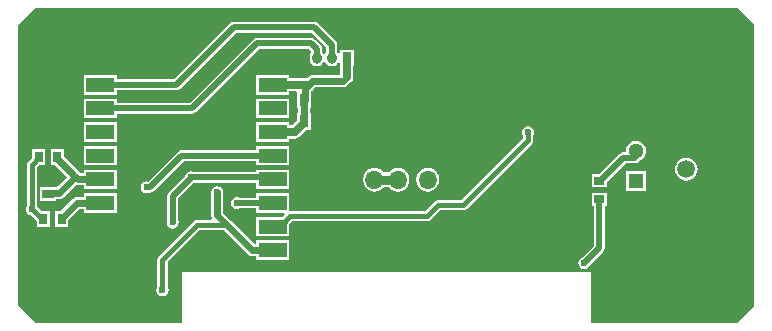
<source format=gbr>
%TF.GenerationSoftware,Altium Limited,Altium Designer,20.2.4 (192)*%
G04 Layer_Physical_Order=2*
G04 Layer_Color=16711680*
%FSLAX26Y26*%
%MOIN*%
%TF.SameCoordinates,9C3109D4-F3AC-4D1D-A7B6-62ECB7B5C8B4*%
%TF.FilePolarity,Positive*%
%TF.FileFunction,Copper,L2,Bot,Signal*%
%TF.Part,Single*%
G01*
G75*
%TA.AperFunction,SMDPad,CuDef*%
%ADD13R,0.030000X0.038433*%
%ADD15R,0.027559X0.035433*%
%ADD24R,0.035433X0.027559*%
%TA.AperFunction,Conductor*%
%ADD25C,0.023622*%
%ADD26C,0.011811*%
%ADD27C,0.017716*%
%ADD29C,0.031496*%
%ADD34C,0.015000*%
%ADD35C,0.019685*%
%ADD36C,0.027559*%
%ADD37C,0.007874*%
%TA.AperFunction,ComponentPad*%
%ADD38R,0.051181X0.051181*%
%ADD39C,0.051181*%
%TA.AperFunction,ViaPad*%
%ADD40C,0.137795*%
%TA.AperFunction,ComponentPad*%
%ADD41R,0.051181X0.068898*%
%ADD42O,0.059055X0.062992*%
%ADD43R,0.040000X0.031496*%
%ADD44O,0.040000X0.031496*%
%ADD45O,0.031496X0.040000*%
%ADD46R,0.031496X0.040000*%
%ADD47C,0.059055*%
%ADD48R,0.059055X0.059055*%
%TA.AperFunction,ViaPad*%
%ADD49C,0.275591*%
%ADD50C,0.023622*%
%TA.AperFunction,ConnectorPad*%
%ADD51R,0.094488X0.049213*%
%TA.AperFunction,Conductor*%
%ADD52C,0.009842*%
G36*
X2401575Y1055118D02*
X2455709Y1000984D01*
X2455708Y62992D01*
X2397638Y4921D01*
X1912402Y4921D01*
X1912402Y174213D01*
X548229Y174213D01*
X548228Y4922D01*
X62992D01*
X3937Y63977D01*
X3937Y1000000D01*
X59055Y1055118D01*
X2401575Y1055118D01*
D02*
G37*
%LPC*%
G36*
X989368Y1009183D02*
X722418D01*
X715506Y1007808D01*
X709645Y1003892D01*
X523029Y817276D01*
X332087D01*
Y831693D01*
X221850D01*
Y766732D01*
X332087D01*
Y781149D01*
X530512D01*
X537424Y782524D01*
X543285Y786440D01*
X729901Y973056D01*
X981885D01*
X1030558Y924383D01*
Y908516D01*
X1026370Y902248D01*
X1026171Y901245D01*
X1021073D01*
X1020874Y902248D01*
X1016686Y908516D01*
Y918701D01*
X1015311Y925614D01*
X1011395Y931474D01*
X993088Y949781D01*
X987228Y953697D01*
X980315Y955072D01*
X799213D01*
X792300Y953697D01*
X786440Y949781D01*
X575195Y738536D01*
X332087D01*
Y752953D01*
X221850D01*
Y687992D01*
X332087D01*
Y702409D01*
X582677D01*
X589590Y703784D01*
X595450Y707700D01*
X806695Y918944D01*
X972833D01*
X980558Y911219D01*
Y908516D01*
X976370Y902248D01*
X974537Y893032D01*
Y884528D01*
X976370Y875311D01*
X981591Y867497D01*
X989405Y862276D01*
X998622Y860443D01*
X1007839Y862276D01*
X1015653Y867497D01*
X1020874Y875311D01*
X1021073Y876314D01*
X1026171D01*
X1026370Y875311D01*
X1031591Y867497D01*
X1039405Y862276D01*
X1048622Y860443D01*
X1057839Y862276D01*
X1065652Y867497D01*
X1070000Y874003D01*
X1075000Y872486D01*
Y860905D01*
X1076544D01*
Y831168D01*
X1076471Y831094D01*
X984252D01*
X976571Y829567D01*
X970060Y825216D01*
X966135Y821290D01*
X906890D01*
Y831693D01*
X796654D01*
Y766732D01*
X906890D01*
Y777135D01*
X929243D01*
X933409Y775122D01*
Y720941D01*
X936213D01*
Y704256D01*
X933409D01*
Y681298D01*
X915922Y663810D01*
X906890D01*
Y674213D01*
X796654D01*
Y609252D01*
X906890D01*
Y619655D01*
X925067D01*
X933516Y621335D01*
X940678Y626121D01*
X964632Y650075D01*
X979158D01*
Y704256D01*
X976354D01*
Y720941D01*
X979158D01*
Y748282D01*
X979543Y750221D01*
Y777931D01*
X981830Y780217D01*
X986895Y783601D01*
X990279Y788667D01*
X992566Y790953D01*
X1084784D01*
X1092465Y792481D01*
X1098977Y796832D01*
X1106495Y804349D01*
X1107071Y804464D01*
X1114233Y809250D01*
X1119019Y816412D01*
X1120700Y824861D01*
Y860905D01*
X1122244D01*
Y916654D01*
X1075000D01*
Y905072D01*
X1070000Y903556D01*
X1066686Y908516D01*
Y931865D01*
X1065311Y938778D01*
X1061395Y944638D01*
X1002140Y1003892D01*
X996280Y1007808D01*
X989368Y1009183D01*
D02*
G37*
G36*
X906890Y752953D02*
X796654D01*
Y687992D01*
X906890D01*
Y752953D01*
D02*
G37*
G36*
X332087Y674213D02*
X221850D01*
Y609252D01*
X332087D01*
Y674213D01*
D02*
G37*
G36*
X906890Y595472D02*
X796654D01*
Y581056D01*
X547244D01*
X540332Y579681D01*
X534471Y575765D01*
X435374Y476668D01*
X431594Y477420D01*
X423913Y475892D01*
X417401Y471541D01*
X413051Y465030D01*
X411523Y457349D01*
X413051Y449669D01*
X417401Y443157D01*
X423913Y438807D01*
X431594Y437279D01*
X439274Y438807D01*
X439991Y439286D01*
X441601D01*
X448514Y440661D01*
X454374Y444577D01*
X554726Y544928D01*
X796654D01*
Y530512D01*
X906890D01*
Y595472D01*
D02*
G37*
G36*
X332087D02*
X221850D01*
Y530512D01*
X332087D01*
Y595472D01*
D02*
G37*
G36*
X906890Y516732D02*
X796654D01*
Y508815D01*
X587859D01*
X587142Y509295D01*
X579461Y510822D01*
X571780Y509295D01*
X565269Y504944D01*
X560918Y498432D01*
X560617Y496921D01*
X505534Y441837D01*
X501618Y435977D01*
X500243Y429065D01*
Y348752D01*
X499764Y348035D01*
X498236Y340354D01*
X499764Y332673D01*
X504115Y326162D01*
X510626Y321811D01*
X518307Y320284D01*
X525988Y321811D01*
X532499Y326162D01*
X536850Y332673D01*
X538378Y340354D01*
X536850Y348035D01*
X536371Y348752D01*
Y421582D01*
X586961Y472173D01*
X587142Y472209D01*
X587859Y472688D01*
X796654D01*
Y451772D01*
X906890D01*
Y516732D01*
D02*
G37*
G36*
X1269685Y522764D02*
X1259921Y521478D01*
X1250823Y517710D01*
X1243010Y511714D01*
X1239512Y507156D01*
X1221118D01*
X1217620Y511714D01*
X1209807Y517710D01*
X1200709Y521478D01*
X1190945Y522764D01*
X1181181Y521478D01*
X1172083Y517710D01*
X1164270Y511714D01*
X1158275Y503901D01*
X1154506Y494803D01*
X1153221Y485039D01*
Y481102D01*
X1154506Y471339D01*
X1158275Y462240D01*
X1164270Y454427D01*
X1172083Y448432D01*
X1181181Y444664D01*
X1190945Y443378D01*
X1200709Y444664D01*
X1209807Y448432D01*
X1217620Y454427D01*
X1221118Y458986D01*
X1239512D01*
X1243010Y454427D01*
X1250823Y448432D01*
X1259921Y444664D01*
X1269685Y443378D01*
X1279449Y444664D01*
X1288547Y448432D01*
X1296360Y454427D01*
X1302355Y462240D01*
X1306124Y471339D01*
X1307409Y481102D01*
Y485039D01*
X1306124Y494803D01*
X1302355Y503901D01*
X1296360Y511714D01*
X1288547Y517710D01*
X1279449Y521478D01*
X1269685Y522764D01*
D02*
G37*
G36*
X2230314Y555638D02*
X2220551Y554352D01*
X2211452Y550583D01*
X2203640Y544588D01*
X2197644Y536775D01*
X2193876Y527677D01*
X2192590Y517913D01*
X2193876Y508150D01*
X2197644Y499051D01*
X2203640Y491238D01*
X2211452Y485243D01*
X2220551Y481475D01*
X2230314Y480189D01*
X2240078Y481475D01*
X2249177Y485243D01*
X2256990Y491238D01*
X2262985Y499051D01*
X2266753Y508150D01*
X2268039Y517913D01*
X2266753Y527677D01*
X2262985Y536775D01*
X2256990Y544588D01*
X2249177Y550583D01*
X2240078Y554352D01*
X2230314Y555638D01*
D02*
G37*
G36*
X2062008Y613281D02*
X2053272Y612131D01*
X2045131Y608759D01*
X2038141Y603395D01*
X2032777Y596404D01*
X2029405Y588264D01*
X2028255Y579528D01*
X2028465Y577932D01*
X2025168Y574173D01*
X2020669D01*
X2013757Y572798D01*
X2007896Y568882D01*
X1940005Y500991D01*
X1914370D01*
Y457684D01*
X1965551D01*
Y475445D01*
X2028151Y538046D01*
X2058275D01*
X2065188Y539421D01*
X2071048Y543337D01*
X2074479Y548471D01*
X2078885Y550296D01*
X2085875Y555660D01*
X2091239Y562651D01*
X2094611Y570792D01*
X2095761Y579528D01*
X2094611Y588264D01*
X2091239Y596404D01*
X2085875Y603395D01*
X2078885Y608759D01*
X2070744Y612131D01*
X2062008Y613281D01*
D02*
G37*
G36*
X154921Y583964D02*
X111614D01*
Y532783D01*
X126537D01*
X166249Y493071D01*
X134414Y461237D01*
X130236Y459252D01*
X74488D01*
Y412008D01*
X130236D01*
Y417452D01*
X139084D01*
X146764Y418979D01*
X153276Y423330D01*
X195701Y465756D01*
X195772Y465709D01*
X203452Y464181D01*
X221850D01*
Y451772D01*
X332087D01*
Y516732D01*
X221850D01*
Y504323D01*
X211766D01*
X204976Y511113D01*
X204975Y511113D01*
X154921Y561167D01*
Y583964D01*
D02*
G37*
G36*
X2095472Y512992D02*
X2028543D01*
Y446063D01*
X2095472D01*
Y512992D01*
D02*
G37*
G36*
X1368110Y522764D02*
X1358346Y521478D01*
X1349248Y517710D01*
X1341435Y511714D01*
X1335440Y503901D01*
X1331671Y494803D01*
X1330386Y485039D01*
Y481102D01*
X1331671Y471339D01*
X1335440Y462240D01*
X1341435Y454427D01*
X1349248Y448432D01*
X1358346Y444664D01*
X1368110Y443378D01*
X1377873Y444664D01*
X1386972Y448432D01*
X1394785Y454427D01*
X1400780Y462240D01*
X1404549Y471339D01*
X1405834Y481102D01*
Y485039D01*
X1404549Y494803D01*
X1400780Y503901D01*
X1394785Y511714D01*
X1386972Y517710D01*
X1377873Y521478D01*
X1368110Y522764D01*
D02*
G37*
G36*
X1702756Y661803D02*
X1695075Y660275D01*
X1688564Y655924D01*
X1684213Y649413D01*
X1682685Y641732D01*
X1684213Y634052D01*
X1685696Y631832D01*
Y621240D01*
X1667071Y602615D01*
X1667071Y602614D01*
X1479154Y414698D01*
X1401575D01*
X1395046Y413399D01*
X1389512Y409701D01*
X1359075Y379265D01*
X909843D01*
X906890Y381688D01*
Y437992D01*
X796654D01*
Y423575D01*
X740878D01*
X740161Y424055D01*
X732480Y425582D01*
X724799Y424055D01*
X718288Y419704D01*
X713937Y413192D01*
X712409Y405512D01*
X713937Y397831D01*
X718288Y391320D01*
X724799Y386969D01*
X732480Y385441D01*
X740161Y386969D01*
X740878Y387448D01*
X796654D01*
Y373031D01*
X890010D01*
X891923Y368412D01*
X882763Y359252D01*
X796654D01*
Y294291D01*
X906890D01*
Y335125D01*
X916909Y345145D01*
X1366142D01*
X1372670Y346443D01*
X1378205Y350142D01*
X1408641Y380578D01*
X1486220D01*
X1492749Y381876D01*
X1498284Y385575D01*
X1691197Y578488D01*
X1714819Y602110D01*
X1718517Y607645D01*
X1719816Y614173D01*
Y631832D01*
X1721299Y634052D01*
X1722827Y641732D01*
X1721299Y649413D01*
X1716948Y655924D01*
X1710437Y660275D01*
X1702756Y661803D01*
D02*
G37*
G36*
X332087Y437992D02*
X221850D01*
Y425582D01*
X199047D01*
X191366Y424055D01*
X184855Y419704D01*
X142285Y377134D01*
X127362D01*
Y325953D01*
X170669D01*
Y348750D01*
X207360Y385441D01*
X221850D01*
Y373031D01*
X332087D01*
Y437992D01*
D02*
G37*
G36*
X93110Y583964D02*
X49803D01*
Y556909D01*
X36244Y543350D01*
X32546Y537816D01*
X31247Y531287D01*
Y395341D01*
X29764Y393122D01*
X28237Y385441D01*
X29764Y377760D01*
X34115Y371249D01*
X40627Y366898D01*
X43817Y366264D01*
X58295Y351785D01*
X59394Y350142D01*
X61196Y348339D01*
X65551Y345429D01*
Y325953D01*
X108858D01*
Y377134D01*
X83931D01*
X82283Y377462D01*
X81106Y377228D01*
X67257Y391076D01*
X66850Y393122D01*
X65367Y395341D01*
Y524221D01*
X73930Y532783D01*
X93110D01*
Y583964D01*
D02*
G37*
G36*
X667150Y461677D02*
X659470Y460149D01*
X652958Y455798D01*
X648607Y449287D01*
X647080Y441606D01*
Y364149D01*
X648607Y356468D01*
X649896Y354540D01*
X647223Y349540D01*
X600197D01*
X593668Y348242D01*
X588134Y344543D01*
X472189Y228599D01*
X468491Y223064D01*
X467192Y216536D01*
Y124073D01*
X465709Y121854D01*
X464181Y114173D01*
X465709Y106493D01*
X470060Y99981D01*
X476571Y95630D01*
X484252Y94103D01*
X491933Y95630D01*
X498444Y99981D01*
X502795Y106493D01*
X504323Y114173D01*
X502795Y121854D01*
X501312Y124073D01*
Y209469D01*
X607263Y315420D01*
X687495D01*
X769076Y233839D01*
X775587Y229488D01*
X783268Y227961D01*
X796654D01*
Y215551D01*
X906890D01*
Y280512D01*
X796654D01*
Y268102D01*
X791581D01*
X713011Y346672D01*
X713011Y346672D01*
X687221Y372462D01*
Y441606D01*
X685693Y449287D01*
X681342Y455798D01*
X674831Y460149D01*
X667150Y461677D01*
D02*
G37*
G36*
X1965551Y439180D02*
X1914370D01*
Y395873D01*
X1921897D01*
Y262403D01*
X1882929Y223436D01*
X1882083Y223267D01*
X1875572Y218917D01*
X1871221Y212405D01*
X1869693Y204724D01*
X1871221Y197044D01*
X1875572Y190532D01*
X1882083Y186181D01*
X1889764Y184654D01*
X1897445Y186181D01*
X1903956Y190532D01*
X1908307Y197044D01*
X1908475Y197890D01*
X1952734Y242148D01*
X1956649Y248008D01*
X1958024Y254921D01*
Y395873D01*
X1965551D01*
Y439180D01*
D02*
G37*
%LPD*%
D13*
X1020095Y748032D02*
D03*
X956284D02*
D03*
X1020095Y677165D02*
D03*
X956284D02*
D03*
D15*
X87205Y351544D02*
D03*
X149016D02*
D03*
X133268Y558374D02*
D03*
X71457D02*
D03*
D24*
X1939961Y479338D02*
D03*
Y417527D02*
D03*
D25*
X102362Y435630D02*
X104255Y437522D01*
X139084D01*
X190783Y489222D01*
Y496921D01*
X203452Y484252D01*
X133268Y554437D02*
X190783Y496921D01*
X203452Y484252D02*
X276969D01*
X149016Y355481D02*
X199047Y405512D01*
X276968D01*
X1084784Y811024D02*
X1098622Y824861D01*
X984252Y811024D02*
X1084784D01*
X971862Y798634D02*
X984252Y811024D01*
X959472Y786244D02*
X971862Y798634D01*
X956284Y747032D02*
X957284Y748032D01*
X956284Y678165D02*
Y747032D01*
X957284Y748032D02*
X959472Y750221D01*
Y786244D01*
X783268Y248031D02*
X851772D01*
X698819Y332480D02*
X783268Y248031D01*
X667150Y364149D02*
Y441606D01*
Y364149D02*
X698819Y332480D01*
D26*
X2058275Y556110D02*
X2063976Y561811D01*
X1939961Y479338D02*
X1943898D01*
X1702756Y639764D02*
Y641732D01*
X1679134Y590551D02*
X1681102D01*
X851772Y326772D02*
X874409D01*
X2138989Y231089D02*
X2228679D01*
X2302288Y157480D01*
X2303150D01*
Y901575D01*
D27*
X71457Y362205D02*
Y362750D01*
X48766Y385441D02*
X71457Y362750D01*
X87205Y351544D02*
Y355481D01*
X82283Y360402D02*
X87205Y355481D01*
X71457Y362205D02*
X73259Y360402D01*
X48307Y385441D02*
X48766D01*
X48307D02*
Y531287D01*
X74193Y557173D01*
X133268Y554437D02*
Y558374D01*
X956284Y672949D02*
Y678165D01*
X971284Y799213D02*
X971862Y798634D01*
X484252Y114173D02*
Y216536D01*
X600197Y332480D02*
X698819D01*
X484252Y216536D02*
X600197Y332480D01*
X1679134Y590551D02*
X1702756Y614173D01*
X1702795Y639803D02*
X1703594Y639004D01*
Y636427D02*
Y639004D01*
X1702756Y635588D02*
X1703594Y636427D01*
X1702756Y614173D02*
Y635588D01*
X1366142Y362205D02*
X1401575Y397638D01*
X1486220D02*
X1679134Y590551D01*
X1401575Y397638D02*
X1486220D01*
X909843Y362205D02*
X1366142D01*
X874409Y326772D02*
X909843Y362205D01*
D29*
X1190945Y483071D02*
X1269685D01*
D34*
X2138989Y231089D02*
X2149606Y220472D01*
X2118110Y251969D02*
X2138989Y231089D01*
X2149606Y86614D02*
Y220472D01*
D35*
X530512Y799213D02*
X722418Y991119D01*
X989368D02*
X1048622Y931865D01*
X722418Y991119D02*
X989368D01*
X1048622Y888779D02*
Y931865D01*
X518307Y340354D02*
Y429065D01*
X579461Y490219D02*
Y490752D01*
X518307Y429065D02*
X579461Y490219D01*
X821650Y490752D02*
X839961Y472441D01*
X579461Y490752D02*
X821650D01*
X149016Y351544D02*
Y355481D01*
X441601Y457349D02*
X547244Y562992D01*
X431594Y457349D02*
X441601D01*
X2020669Y556110D02*
X2058275D01*
X1943898Y479338D02*
X2020669Y556110D01*
X1939961Y254921D02*
Y417527D01*
X547244Y562992D02*
X851772D01*
X276968Y405512D02*
X276969Y405512D01*
X998622Y888779D02*
Y918701D01*
X980315Y937008D02*
X998622Y918701D01*
X582677Y720472D02*
X799213Y937008D01*
X980315D01*
X276969Y799213D02*
X530512D01*
X276969Y720472D02*
X582677D01*
X732480Y405512D02*
X851771D01*
X839961Y472441D02*
X850591Y483071D01*
X1889764Y204724D02*
X1939961Y254921D01*
D36*
X1098622Y824861D02*
Y888779D01*
X851772Y799213D02*
X971284D01*
X851772Y641732D02*
X925067D01*
X956284Y672949D01*
D37*
X850591Y483071D02*
X851772Y484252D01*
X851771Y405512D02*
X851772Y405512D01*
D38*
X2062008Y479528D02*
D03*
D39*
Y579528D02*
D03*
D40*
X157480Y901575D02*
D03*
D41*
X948819Y293307D02*
D03*
X1511811D02*
D03*
X1482284Y508268D02*
D03*
X978346D02*
D03*
D42*
X1368110Y483071D02*
D03*
X1269685D02*
D03*
X1190945D02*
D03*
X1092520D02*
D03*
D43*
X102362Y435630D02*
D03*
D44*
Y485630D02*
D03*
D45*
X948622Y888779D02*
D03*
X998622D02*
D03*
X1048622D02*
D03*
D46*
X1098622D02*
D03*
D47*
X2230314Y517913D02*
D03*
D48*
Y617913D02*
D03*
D49*
X2303150Y901575D02*
D03*
Y157480D02*
D03*
X157480D02*
D03*
D50*
X1410627Y542508D02*
D03*
X1316378D02*
D03*
X1341435Y1003937D02*
D03*
X1481791D02*
D03*
X1201078D02*
D03*
X1076471D02*
D03*
X874409Y862276D02*
D03*
X807087Y860443D02*
D03*
X729901Y937008D02*
D03*
X748032Y524221D02*
D03*
X1742290Y500991D02*
D03*
X1644685Y638563D02*
D03*
Y748032D02*
D03*
X1563581D02*
D03*
X1603928Y988189D02*
D03*
X1039405Y621335D02*
D03*
X989368D02*
D03*
X1092520Y687992D02*
D03*
Y752953D02*
D03*
X579461Y787402D02*
D03*
X401575Y763779D02*
D03*
X322835Y137795D02*
D03*
X207360Y268102D02*
D03*
X627061Y606647D02*
D03*
X555714Y991119D02*
D03*
Y892923D02*
D03*
X439274D02*
D03*
Y991119D02*
D03*
X1884641Y888779D02*
D03*
X1882646Y779528D02*
D03*
X1884641Y988189D02*
D03*
X1742290Y779528D02*
D03*
X1744284Y888779D02*
D03*
Y988189D02*
D03*
X2024998Y651618D02*
D03*
X2114547Y711244D02*
D03*
X2165354Y988189D02*
D03*
Y779528D02*
D03*
X2023003D02*
D03*
X2024998Y888779D02*
D03*
X1909165Y711244D02*
D03*
X2245276D02*
D03*
X2024998Y988189D02*
D03*
X2165354Y899618D02*
D03*
X2214567Y811024D02*
D03*
X2287402Y779528D02*
D03*
X2377953Y748032D02*
D03*
Y634374D02*
D03*
Y517913D02*
D03*
X2137795Y545774D02*
D03*
X2096457Y140837D02*
D03*
X1937008Y86614D02*
D03*
X1864173Y330806D02*
D03*
X2230314Y262676D02*
D03*
X2177165Y158465D02*
D03*
X2260433Y36687D02*
D03*
X1644685Y500991D02*
D03*
Y441606D02*
D03*
X1456693Y826968D02*
D03*
X1279004Y787402D02*
D03*
X1230315Y606647D02*
D03*
X1092520Y621335D02*
D03*
X1169291Y763779D02*
D03*
X701575Y726366D02*
D03*
X602362Y204724D02*
D03*
X387340Y34449D02*
D03*
X255905Y82425D02*
D03*
X59055Y293898D02*
D03*
X114173Y657480D02*
D03*
X401575Y637795D02*
D03*
X322835Y991119D02*
D03*
Y892923D02*
D03*
X157480Y775122D02*
D03*
X87205Y788667D02*
D03*
X579461Y490752D02*
D03*
X48307Y385441D02*
D03*
X431594Y457349D02*
D03*
X1595666Y399106D02*
D03*
X518307Y340354D02*
D03*
X484252Y114173D02*
D03*
X667150Y441606D02*
D03*
X698819Y332480D02*
D03*
X1702756Y641732D02*
D03*
X732480Y405512D02*
D03*
X2377953Y297244D02*
D03*
X2409449D02*
D03*
X1230473Y423228D02*
D03*
X1308071Y292165D02*
D03*
X1157480Y291339D02*
D03*
X1694882Y399028D02*
D03*
X1659449D02*
D03*
X1627953Y399106D02*
D03*
X1737205Y204724D02*
D03*
X1889764D02*
D03*
X2149606Y86614D02*
D03*
X2118110Y251969D02*
D03*
D51*
X276969Y248031D02*
D03*
Y326772D02*
D03*
Y405512D02*
D03*
Y484252D02*
D03*
Y562992D02*
D03*
Y641732D02*
D03*
Y720472D02*
D03*
Y799213D02*
D03*
X851772Y248031D02*
D03*
Y326772D02*
D03*
Y405512D02*
D03*
Y484252D02*
D03*
Y562992D02*
D03*
Y641732D02*
D03*
Y720472D02*
D03*
Y799213D02*
D03*
D52*
X994479Y892923D02*
X998622Y888779D01*
%TF.MD5,0b88321b5f1dd257956fae94e2281243*%
M02*

</source>
